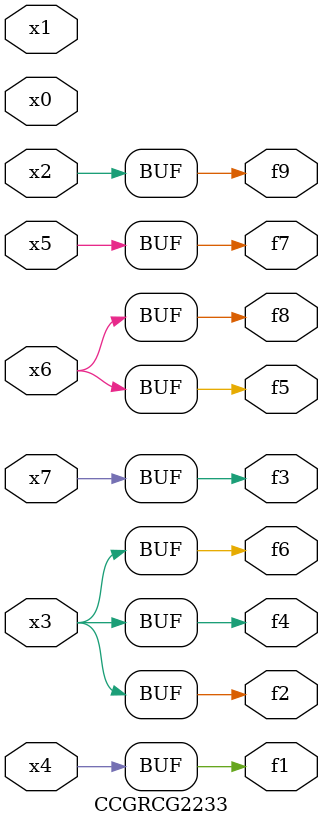
<source format=v>
module CCGRCG2233(
	input x0, x1, x2, x3, x4, x5, x6, x7,
	output f1, f2, f3, f4, f5, f6, f7, f8, f9
);
	assign f1 = x4;
	assign f2 = x3;
	assign f3 = x7;
	assign f4 = x3;
	assign f5 = x6;
	assign f6 = x3;
	assign f7 = x5;
	assign f8 = x6;
	assign f9 = x2;
endmodule

</source>
